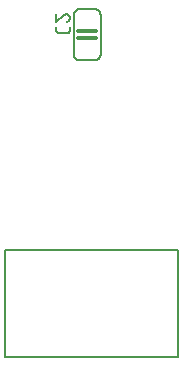
<source format=gbr>
G04 EAGLE Gerber RS-274X export*
G75*
%MOMM*%
%FSLAX34Y34*%
%LPD*%
%INSilkscreen Bottom*%
%IPPOS*%
%AMOC8*
5,1,8,0,0,1.08239X$1,22.5*%
G01*
%ADD10C,0.152400*%
%ADD11C,0.304800*%
%ADD12C,0.127000*%


D10*
X107950Y504190D02*
X95250Y504190D01*
X95110Y504188D01*
X94970Y504182D01*
X94830Y504173D01*
X94691Y504159D01*
X94552Y504142D01*
X94414Y504121D01*
X94276Y504096D01*
X94139Y504067D01*
X94003Y504035D01*
X93868Y503998D01*
X93734Y503958D01*
X93601Y503915D01*
X93469Y503867D01*
X93338Y503817D01*
X93209Y503762D01*
X93082Y503704D01*
X92956Y503643D01*
X92832Y503578D01*
X92710Y503509D01*
X92590Y503438D01*
X92472Y503363D01*
X92355Y503285D01*
X92241Y503203D01*
X92130Y503119D01*
X92021Y503031D01*
X91914Y502941D01*
X91809Y502847D01*
X91708Y502751D01*
X91609Y502652D01*
X91513Y502551D01*
X91419Y502446D01*
X91329Y502339D01*
X91241Y502230D01*
X91157Y502119D01*
X91075Y502005D01*
X90997Y501888D01*
X90922Y501770D01*
X90851Y501650D01*
X90782Y501528D01*
X90717Y501404D01*
X90656Y501278D01*
X90598Y501151D01*
X90543Y501022D01*
X90493Y500891D01*
X90445Y500759D01*
X90402Y500626D01*
X90362Y500492D01*
X90325Y500357D01*
X90293Y500221D01*
X90264Y500084D01*
X90239Y499946D01*
X90218Y499808D01*
X90201Y499669D01*
X90187Y499530D01*
X90178Y499390D01*
X90172Y499250D01*
X90170Y499110D01*
X107950Y504190D02*
X108090Y504188D01*
X108230Y504182D01*
X108370Y504173D01*
X108509Y504159D01*
X108648Y504142D01*
X108786Y504121D01*
X108924Y504096D01*
X109061Y504067D01*
X109197Y504035D01*
X109332Y503998D01*
X109466Y503958D01*
X109599Y503915D01*
X109731Y503867D01*
X109862Y503817D01*
X109991Y503762D01*
X110118Y503704D01*
X110244Y503643D01*
X110368Y503578D01*
X110490Y503509D01*
X110610Y503438D01*
X110728Y503363D01*
X110845Y503285D01*
X110959Y503203D01*
X111070Y503119D01*
X111179Y503031D01*
X111286Y502941D01*
X111391Y502847D01*
X111492Y502751D01*
X111591Y502652D01*
X111687Y502551D01*
X111781Y502446D01*
X111871Y502339D01*
X111959Y502230D01*
X112043Y502119D01*
X112125Y502005D01*
X112203Y501888D01*
X112278Y501770D01*
X112349Y501650D01*
X112418Y501528D01*
X112483Y501404D01*
X112544Y501278D01*
X112602Y501151D01*
X112657Y501022D01*
X112707Y500891D01*
X112755Y500759D01*
X112798Y500626D01*
X112838Y500492D01*
X112875Y500357D01*
X112907Y500221D01*
X112936Y500084D01*
X112961Y499946D01*
X112982Y499808D01*
X112999Y499669D01*
X113013Y499530D01*
X113022Y499390D01*
X113028Y499250D01*
X113030Y499110D01*
X90170Y499110D02*
X90170Y466090D01*
X95250Y461010D02*
X107950Y461010D01*
X113030Y466090D02*
X113030Y499110D01*
X90170Y466090D02*
X90172Y465950D01*
X90178Y465810D01*
X90187Y465670D01*
X90201Y465531D01*
X90218Y465392D01*
X90239Y465254D01*
X90264Y465116D01*
X90293Y464979D01*
X90325Y464843D01*
X90362Y464708D01*
X90402Y464574D01*
X90445Y464441D01*
X90493Y464309D01*
X90543Y464178D01*
X90598Y464049D01*
X90656Y463922D01*
X90717Y463796D01*
X90782Y463672D01*
X90851Y463550D01*
X90922Y463430D01*
X90997Y463312D01*
X91075Y463195D01*
X91157Y463081D01*
X91241Y462970D01*
X91329Y462861D01*
X91419Y462754D01*
X91513Y462649D01*
X91609Y462548D01*
X91708Y462449D01*
X91809Y462353D01*
X91914Y462259D01*
X92021Y462169D01*
X92130Y462081D01*
X92241Y461997D01*
X92355Y461915D01*
X92472Y461837D01*
X92590Y461762D01*
X92710Y461691D01*
X92832Y461622D01*
X92956Y461557D01*
X93082Y461496D01*
X93209Y461438D01*
X93338Y461383D01*
X93469Y461333D01*
X93601Y461285D01*
X93734Y461242D01*
X93868Y461202D01*
X94003Y461165D01*
X94139Y461133D01*
X94276Y461104D01*
X94414Y461079D01*
X94552Y461058D01*
X94691Y461041D01*
X94830Y461027D01*
X94970Y461018D01*
X95110Y461012D01*
X95250Y461010D01*
X107950Y461010D02*
X108090Y461012D01*
X108230Y461018D01*
X108370Y461027D01*
X108509Y461041D01*
X108648Y461058D01*
X108786Y461079D01*
X108924Y461104D01*
X109061Y461133D01*
X109197Y461165D01*
X109332Y461202D01*
X109466Y461242D01*
X109599Y461285D01*
X109731Y461333D01*
X109862Y461383D01*
X109991Y461438D01*
X110118Y461496D01*
X110244Y461557D01*
X110368Y461622D01*
X110490Y461691D01*
X110610Y461762D01*
X110728Y461837D01*
X110845Y461915D01*
X110959Y461997D01*
X111070Y462081D01*
X111179Y462169D01*
X111286Y462259D01*
X111391Y462353D01*
X111492Y462449D01*
X111591Y462548D01*
X111687Y462649D01*
X111781Y462754D01*
X111871Y462861D01*
X111959Y462970D01*
X112043Y463081D01*
X112125Y463195D01*
X112203Y463312D01*
X112278Y463430D01*
X112349Y463550D01*
X112418Y463672D01*
X112483Y463796D01*
X112544Y463922D01*
X112602Y464049D01*
X112657Y464178D01*
X112707Y464309D01*
X112755Y464441D01*
X112798Y464574D01*
X112838Y464708D01*
X112875Y464843D01*
X112907Y464979D01*
X112936Y465116D01*
X112961Y465254D01*
X112982Y465392D01*
X112999Y465531D01*
X113013Y465670D01*
X113022Y465810D01*
X113028Y465950D01*
X113030Y466090D01*
D11*
X109220Y485648D02*
X93980Y485648D01*
X93980Y479298D02*
X109220Y479298D01*
D12*
X75565Y486373D02*
X75565Y488913D01*
X75565Y486373D02*
X75567Y486273D01*
X75573Y486174D01*
X75583Y486074D01*
X75596Y485976D01*
X75614Y485877D01*
X75635Y485780D01*
X75660Y485684D01*
X75689Y485588D01*
X75722Y485494D01*
X75758Y485401D01*
X75798Y485310D01*
X75842Y485220D01*
X75889Y485132D01*
X75939Y485046D01*
X75993Y484962D01*
X76050Y484880D01*
X76110Y484801D01*
X76174Y484723D01*
X76240Y484649D01*
X76309Y484577D01*
X76381Y484508D01*
X76455Y484442D01*
X76533Y484378D01*
X76612Y484318D01*
X76694Y484261D01*
X76778Y484207D01*
X76864Y484157D01*
X76952Y484110D01*
X77042Y484066D01*
X77133Y484026D01*
X77226Y483990D01*
X77320Y483957D01*
X77416Y483928D01*
X77512Y483903D01*
X77609Y483882D01*
X77708Y483864D01*
X77806Y483851D01*
X77906Y483841D01*
X78005Y483835D01*
X78105Y483833D01*
X84455Y483833D01*
X84555Y483835D01*
X84654Y483841D01*
X84754Y483851D01*
X84852Y483864D01*
X84951Y483882D01*
X85048Y483903D01*
X85144Y483928D01*
X85240Y483957D01*
X85334Y483990D01*
X85427Y484026D01*
X85518Y484066D01*
X85608Y484110D01*
X85696Y484157D01*
X85782Y484207D01*
X85866Y484261D01*
X85948Y484318D01*
X86027Y484378D01*
X86105Y484442D01*
X86179Y484508D01*
X86251Y484577D01*
X86320Y484649D01*
X86386Y484723D01*
X86450Y484801D01*
X86510Y484880D01*
X86567Y484962D01*
X86621Y485046D01*
X86671Y485132D01*
X86718Y485220D01*
X86762Y485310D01*
X86802Y485401D01*
X86838Y485494D01*
X86871Y485588D01*
X86900Y485684D01*
X86925Y485780D01*
X86946Y485877D01*
X86964Y485976D01*
X86977Y486074D01*
X86987Y486174D01*
X86993Y486273D01*
X86995Y486373D01*
X86995Y488913D01*
X86996Y496888D02*
X86994Y496992D01*
X86988Y497097D01*
X86979Y497201D01*
X86966Y497304D01*
X86948Y497407D01*
X86928Y497509D01*
X86903Y497611D01*
X86875Y497711D01*
X86843Y497811D01*
X86807Y497909D01*
X86768Y498006D01*
X86726Y498101D01*
X86680Y498195D01*
X86630Y498287D01*
X86578Y498377D01*
X86522Y498465D01*
X86462Y498551D01*
X86400Y498635D01*
X86335Y498716D01*
X86267Y498795D01*
X86195Y498872D01*
X86122Y498945D01*
X86045Y499017D01*
X85966Y499085D01*
X85885Y499150D01*
X85801Y499212D01*
X85715Y499272D01*
X85627Y499328D01*
X85537Y499380D01*
X85445Y499430D01*
X85351Y499476D01*
X85256Y499518D01*
X85159Y499557D01*
X85061Y499593D01*
X84961Y499625D01*
X84861Y499653D01*
X84759Y499678D01*
X84657Y499698D01*
X84554Y499716D01*
X84451Y499729D01*
X84347Y499738D01*
X84242Y499744D01*
X84138Y499746D01*
X86995Y496888D02*
X86993Y496770D01*
X86987Y496651D01*
X86978Y496533D01*
X86965Y496416D01*
X86947Y496299D01*
X86927Y496182D01*
X86902Y496066D01*
X86874Y495951D01*
X86841Y495838D01*
X86806Y495725D01*
X86766Y495613D01*
X86724Y495503D01*
X86677Y495394D01*
X86627Y495286D01*
X86574Y495181D01*
X86517Y495077D01*
X86457Y494975D01*
X86394Y494875D01*
X86327Y494777D01*
X86258Y494681D01*
X86185Y494588D01*
X86109Y494497D01*
X86031Y494408D01*
X85949Y494322D01*
X85865Y494239D01*
X85779Y494158D01*
X85689Y494081D01*
X85598Y494006D01*
X85504Y493934D01*
X85407Y493865D01*
X85309Y493800D01*
X85208Y493737D01*
X85105Y493678D01*
X85001Y493622D01*
X84895Y493570D01*
X84787Y493521D01*
X84678Y493476D01*
X84567Y493434D01*
X84455Y493396D01*
X81916Y498793D02*
X81991Y498869D01*
X82070Y498944D01*
X82151Y499015D01*
X82235Y499084D01*
X82321Y499149D01*
X82409Y499211D01*
X82499Y499271D01*
X82591Y499327D01*
X82686Y499380D01*
X82782Y499429D01*
X82880Y499475D01*
X82979Y499518D01*
X83080Y499557D01*
X83182Y499592D01*
X83285Y499624D01*
X83389Y499652D01*
X83494Y499677D01*
X83601Y499698D01*
X83707Y499715D01*
X83814Y499728D01*
X83922Y499737D01*
X84030Y499743D01*
X84138Y499745D01*
X81915Y498793D02*
X75565Y493395D01*
X75565Y499745D01*
X32200Y300000D02*
X32200Y210000D01*
X178200Y210000D01*
X178200Y300000D01*
X32200Y300000D01*
M02*

</source>
